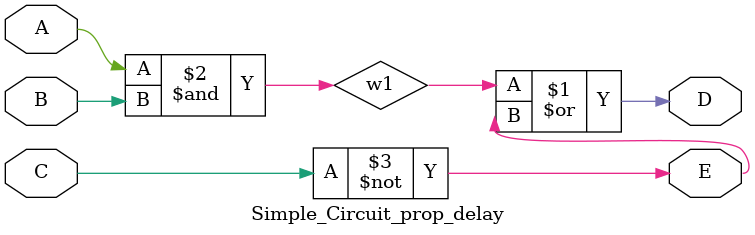
<source format=v>
module	Simple_Circuit_prop_delay(A, B, C, D, E);
	output	D, E;
	input	A, B, C;
	wire	w1;
	
	or	#(20) G3(D, w1, E);
	not	#(10) G2(E, C);
	and	#(30) G1(w1, A, B);
endmodule
</source>
